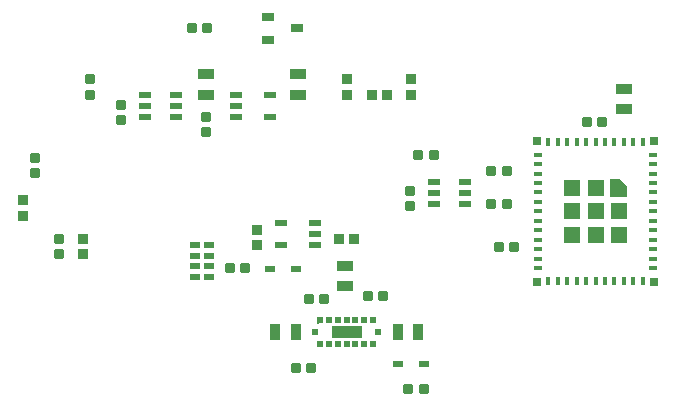
<source format=gbr>
%TF.GenerationSoftware,Altium Limited,Altium Designer,20.1.8 (145)*%
G04 Layer_Color=12040119*
%FSLAX45Y45*%
%MOMM*%
%TF.SameCoordinates,BC6BF5D2-64E0-48A2-8BE4-7255E7142536*%
%TF.FilePolarity,Positive*%
%TF.FileFunction,Paste,Top*%
%TF.Part,Single*%
G01*
G75*
%TA.AperFunction,SMDPad,CuDef*%
G04:AMPARAMS|DCode=10|XSize=0.848mm|YSize=0.848mm|CornerRadius=0.05088mm|HoleSize=0mm|Usage=FLASHONLY|Rotation=180.000|XOffset=0mm|YOffset=0mm|HoleType=Round|Shape=RoundedRectangle|*
%AMROUNDEDRECTD10*
21,1,0.84800,0.74624,0,0,180.0*
21,1,0.74624,0.84800,0,0,180.0*
1,1,0.10176,-0.37312,0.37312*
1,1,0.10176,0.37312,0.37312*
1,1,0.10176,0.37312,-0.37312*
1,1,0.10176,-0.37312,-0.37312*
%
%ADD10ROUNDEDRECTD10*%
G04:AMPARAMS|DCode=11|XSize=0.5mm|YSize=0.8mm|CornerRadius=0.0025mm|HoleSize=0mm|Usage=FLASHONLY|Rotation=90.000|XOffset=0mm|YOffset=0mm|HoleType=Round|Shape=RoundedRectangle|*
%AMROUNDEDRECTD11*
21,1,0.50000,0.79500,0,0,90.0*
21,1,0.49500,0.80000,0,0,90.0*
1,1,0.00500,0.39750,0.24750*
1,1,0.00500,0.39750,-0.24750*
1,1,0.00500,-0.39750,-0.24750*
1,1,0.00500,-0.39750,0.24750*
%
%ADD11ROUNDEDRECTD11*%
G04:AMPARAMS|DCode=12|XSize=0.848mm|YSize=0.848mm|CornerRadius=0.0424mm|HoleSize=0mm|Usage=FLASHONLY|Rotation=0.000|XOffset=0mm|YOffset=0mm|HoleType=Round|Shape=RoundedRectangle|*
%AMROUNDEDRECTD12*
21,1,0.84800,0.76320,0,0,0.0*
21,1,0.76320,0.84800,0,0,0.0*
1,1,0.08480,0.38160,-0.38160*
1,1,0.08480,-0.38160,-0.38160*
1,1,0.08480,-0.38160,0.38160*
1,1,0.08480,0.38160,0.38160*
%
%ADD12ROUNDEDRECTD12*%
G04:AMPARAMS|DCode=13|XSize=0.848mm|YSize=0.848mm|CornerRadius=0.0424mm|HoleSize=0mm|Usage=FLASHONLY|Rotation=270.000|XOffset=0mm|YOffset=0mm|HoleType=Round|Shape=RoundedRectangle|*
%AMROUNDEDRECTD13*
21,1,0.84800,0.76320,0,0,270.0*
21,1,0.76320,0.84800,0,0,270.0*
1,1,0.08480,-0.38160,-0.38160*
1,1,0.08480,-0.38160,0.38160*
1,1,0.08480,0.38160,0.38160*
1,1,0.08480,0.38160,-0.38160*
%
%ADD13ROUNDEDRECTD13*%
G04:AMPARAMS|DCode=14|XSize=0.5mm|YSize=1.05mm|CornerRadius=0.025mm|HoleSize=0mm|Usage=FLASHONLY|Rotation=270.000|XOffset=0mm|YOffset=0mm|HoleType=Round|Shape=RoundedRectangle|*
%AMROUNDEDRECTD14*
21,1,0.50000,1.00000,0,0,270.0*
21,1,0.45000,1.05000,0,0,270.0*
1,1,0.05000,-0.50000,-0.22500*
1,1,0.05000,-0.50000,0.22500*
1,1,0.05000,0.50000,0.22500*
1,1,0.05000,0.50000,-0.22500*
%
%ADD14ROUNDEDRECTD14*%
G04:AMPARAMS|DCode=15|XSize=0.48mm|YSize=0.78mm|CornerRadius=0.024mm|HoleSize=0mm|Usage=FLASHONLY|Rotation=90.000|XOffset=0mm|YOffset=0mm|HoleType=Round|Shape=RoundedRectangle|*
%AMROUNDEDRECTD15*
21,1,0.48000,0.73200,0,0,90.0*
21,1,0.43200,0.78000,0,0,90.0*
1,1,0.04800,0.36600,0.21600*
1,1,0.04800,0.36600,-0.21600*
1,1,0.04800,-0.36600,-0.21600*
1,1,0.04800,-0.36600,0.21600*
%
%ADD15ROUNDEDRECTD15*%
G04:AMPARAMS|DCode=16|XSize=0.6mm|YSize=1.1mm|CornerRadius=0.03mm|HoleSize=0mm|Usage=FLASHONLY|Rotation=90.000|XOffset=0mm|YOffset=0mm|HoleType=Round|Shape=RoundedRectangle|*
%AMROUNDEDRECTD16*
21,1,0.60000,1.04000,0,0,90.0*
21,1,0.54000,1.10000,0,0,90.0*
1,1,0.06000,0.52000,0.27000*
1,1,0.06000,0.52000,-0.27000*
1,1,0.06000,-0.52000,-0.27000*
1,1,0.06000,-0.52000,0.27000*
%
%ADD16ROUNDEDRECTD16*%
G04:AMPARAMS|DCode=17|XSize=0.848mm|YSize=0.848mm|CornerRadius=0.05088mm|HoleSize=0mm|Usage=FLASHONLY|Rotation=270.000|XOffset=0mm|YOffset=0mm|HoleType=Round|Shape=RoundedRectangle|*
%AMROUNDEDRECTD17*
21,1,0.84800,0.74624,0,0,270.0*
21,1,0.74624,0.84800,0,0,270.0*
1,1,0.10176,-0.37312,-0.37312*
1,1,0.10176,-0.37312,0.37312*
1,1,0.10176,0.37312,0.37312*
1,1,0.10176,0.37312,-0.37312*
%
%ADD17ROUNDEDRECTD17*%
%TA.AperFunction,ConnectorPad*%
%ADD19R,0.40000X0.80000*%
%ADD20R,0.80000X0.40000*%
%TA.AperFunction,BGAPad,CuDef*%
%ADD21R,1.45000X1.45000*%
%TA.AperFunction,SMDPad,CuDef*%
%ADD23R,0.70000X0.70000*%
%TA.AperFunction,BGAPad,CuDef*%
%ADD24R,0.50000X0.50000*%
%TA.AperFunction,SMDPad,CuDef*%
%ADD25R,0.20000X0.15000*%
%ADD26R,2.50000X1.00000*%
G04:AMPARAMS|DCode=27|XSize=1.275mm|YSize=0.9mm|CornerRadius=0.045mm|HoleSize=0mm|Usage=FLASHONLY|Rotation=90.000|XOffset=0mm|YOffset=0mm|HoleType=Round|Shape=RoundedRectangle|*
%AMROUNDEDRECTD27*
21,1,1.27500,0.81000,0,0,90.0*
21,1,1.18500,0.90000,0,0,90.0*
1,1,0.09000,0.40500,0.59250*
1,1,0.09000,0.40500,-0.59250*
1,1,0.09000,-0.40500,-0.59250*
1,1,0.09000,-0.40500,0.59250*
%
%ADD27ROUNDEDRECTD27*%
G04:AMPARAMS|DCode=28|XSize=1.275mm|YSize=0.9mm|CornerRadius=0.045mm|HoleSize=0mm|Usage=FLASHONLY|Rotation=0.000|XOffset=0mm|YOffset=0mm|HoleType=Round|Shape=RoundedRectangle|*
%AMROUNDEDRECTD28*
21,1,1.27500,0.81000,0,0,0.0*
21,1,1.18500,0.90000,0,0,0.0*
1,1,0.09000,0.59250,-0.40500*
1,1,0.09000,-0.59250,-0.40500*
1,1,0.09000,-0.59250,0.40500*
1,1,0.09000,0.59250,0.40500*
%
%ADD28ROUNDEDRECTD28*%
G36*
X5483000Y4145600D02*
Y4290600D01*
X5568000D01*
X5628000Y4230600D01*
Y4145600D01*
X5483000D01*
D02*
G37*
D10*
X813053Y3658025D02*
D03*
Y3788025D02*
D03*
X1077514Y5009237D02*
D03*
Y5139237D02*
D03*
X1336040Y4791480D02*
D03*
Y4921480D02*
D03*
X614402Y4473000D02*
D03*
Y4343000D02*
D03*
X2060184Y4819237D02*
D03*
Y4689237D02*
D03*
X3786015Y4195798D02*
D03*
Y4065798D02*
D03*
D11*
X3903080Y2730921D02*
D03*
X3683080D02*
D03*
X2598791Y3529063D02*
D03*
X2818791D02*
D03*
D12*
X2494212Y3864463D02*
D03*
Y3734463D02*
D03*
X3250370Y5139237D02*
D03*
Y5009237D02*
D03*
X1016000Y3658025D02*
D03*
X1016000Y3788025D02*
D03*
X3799036Y5009237D02*
D03*
Y5139237D02*
D03*
X508401Y4112721D02*
D03*
Y3982721D02*
D03*
D13*
X3315000Y3787293D02*
D03*
X3185000D02*
D03*
X3463539Y5009237D02*
D03*
X3593539D02*
D03*
D14*
X2694898Y3734463D02*
D03*
Y3924463D02*
D03*
X2984898D02*
D03*
Y3829463D02*
D03*
Y3734463D02*
D03*
X1540627Y5009237D02*
D03*
Y4914237D02*
D03*
Y4819237D02*
D03*
X1805627D02*
D03*
Y4914237D02*
D03*
X1805627Y5009237D02*
D03*
X2604740Y5009237D02*
D03*
X2604740Y4819237D02*
D03*
X2314740D02*
D03*
Y4914237D02*
D03*
X2314740Y5009237D02*
D03*
X3986719Y4273298D02*
D03*
Y4178297D02*
D03*
Y4083298D02*
D03*
X4251719D02*
D03*
Y4178297D02*
D03*
Y4273298D02*
D03*
D15*
X1965537Y3464463D02*
D03*
Y3554463D02*
D03*
Y3644463D02*
D03*
Y3734463D02*
D03*
X2085537D02*
D03*
Y3644463D02*
D03*
Y3554463D02*
D03*
Y3464463D02*
D03*
D16*
X2583573Y5475000D02*
D03*
Y5665000D02*
D03*
X2833574Y5570000D02*
D03*
D17*
X1939166D02*
D03*
X2069166D02*
D03*
X3856719Y4500600D02*
D03*
X3986719D02*
D03*
X4670242Y3717580D02*
D03*
X4540242D02*
D03*
X3903080Y2519405D02*
D03*
X3773080D02*
D03*
X2391526Y3541763D02*
D03*
X2261526D02*
D03*
X3059560Y3277900D02*
D03*
X2929560D02*
D03*
X3561180Y3303300D02*
D03*
X3431180D02*
D03*
X5282600Y4781447D02*
D03*
X5412600D02*
D03*
X2818791Y2695330D02*
D03*
X2948791D02*
D03*
X4605241Y4365678D02*
D03*
X4475242Y4365678D02*
D03*
Y4083298D02*
D03*
X4605242D02*
D03*
D19*
X5758000Y4610600D02*
D03*
X5678000D02*
D03*
X5598000D02*
D03*
X5518000D02*
D03*
X5438000D02*
D03*
X5358000D02*
D03*
X5278000D02*
D03*
X5198000D02*
D03*
X5118000D02*
D03*
X5038000D02*
D03*
X4958000D02*
D03*
Y3430600D02*
D03*
X5038000D02*
D03*
X5118000D02*
D03*
X5198000D02*
D03*
X5278000D02*
D03*
X5358000D02*
D03*
X5438000D02*
D03*
X5518000D02*
D03*
X5598000D02*
D03*
X5678000D02*
D03*
X5758000D02*
D03*
D20*
X4868000Y4500600D02*
D03*
Y4420600D02*
D03*
Y4340600D02*
D03*
Y4260600D02*
D03*
Y4180600D02*
D03*
Y4100600D02*
D03*
Y4020600D02*
D03*
Y3940600D02*
D03*
Y3860600D02*
D03*
Y3780600D02*
D03*
Y3620600D02*
D03*
Y3540600D02*
D03*
X5848000D02*
D03*
Y3620600D02*
D03*
Y3700600D02*
D03*
Y3780600D02*
D03*
Y3860600D02*
D03*
Y3940600D02*
D03*
Y4020600D02*
D03*
Y4100600D02*
D03*
Y4180600D02*
D03*
Y4260600D02*
D03*
Y4340600D02*
D03*
Y4420600D02*
D03*
Y4500600D02*
D03*
X4868000Y3700600D02*
D03*
D21*
X5358000Y4020600D02*
D03*
X5555500Y3823100D02*
D03*
Y4020600D02*
D03*
X5358000Y4218100D02*
D03*
X5160500D02*
D03*
Y4020600D02*
D03*
Y3823100D02*
D03*
X5358000D02*
D03*
D23*
X5853000Y4615600D02*
D03*
X4863000D02*
D03*
Y3425600D02*
D03*
X5853000D02*
D03*
D24*
X3400000Y2895000D02*
D03*
X3100000D02*
D03*
X3025000D02*
D03*
Y3105000D02*
D03*
X3100000D02*
D03*
X3475000D02*
D03*
X3175000Y2895000D02*
D03*
Y3105000D02*
D03*
X3250000Y2895000D02*
D03*
Y3105000D02*
D03*
X3325000Y2895000D02*
D03*
Y3105000D02*
D03*
X3400000D02*
D03*
X3475000Y2895000D02*
D03*
X3515000Y3000000D02*
D03*
X2985000D02*
D03*
D25*
X3010000Y3075000D02*
D03*
D26*
X3250000Y3000000D02*
D03*
D27*
X2818791Y3000000D02*
D03*
X2643551D02*
D03*
X3683080Y3000000D02*
D03*
X3858320D02*
D03*
D28*
X5598000Y4884654D02*
D03*
Y5059894D02*
D03*
X2841629Y5009237D02*
D03*
X2841629Y5184477D02*
D03*
X2060184Y5009237D02*
D03*
X2060183Y5184477D02*
D03*
X3239840Y3384877D02*
D03*
Y3560117D02*
D03*
%TF.MD5,c51dc0f4622d55ee340e068372258a47*%
M02*

</source>
